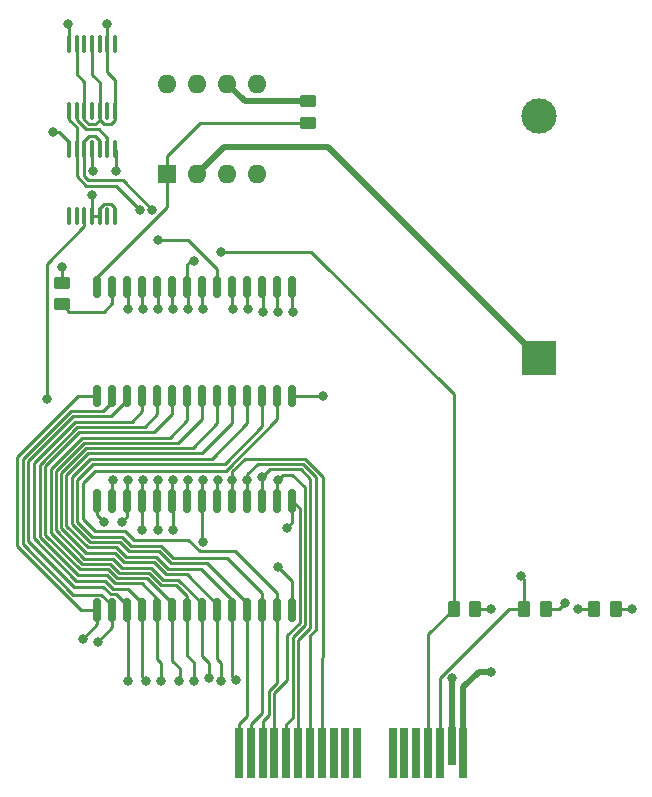
<source format=gbr>
%TF.GenerationSoftware,KiCad,Pcbnew,(6.0.0-0)*%
%TF.CreationDate,2022-01-09T00:32:34-05:00*%
%TF.ProjectId,ROM-Cartridge,524f4d2d-4361-4727-9472-696467652e6b,rev?*%
%TF.SameCoordinates,Original*%
%TF.FileFunction,Copper,L1,Top*%
%TF.FilePolarity,Positive*%
%FSLAX46Y46*%
G04 Gerber Fmt 4.6, Leading zero omitted, Abs format (unit mm)*
G04 Created by KiCad (PCBNEW (6.0.0-0)) date 2022-01-09 00:32:34*
%MOMM*%
%LPD*%
G01*
G04 APERTURE LIST*
G04 Aperture macros list*
%AMRoundRect*
0 Rectangle with rounded corners*
0 $1 Rounding radius*
0 $2 $3 $4 $5 $6 $7 $8 $9 X,Y pos of 4 corners*
0 Add a 4 corners polygon primitive as box body*
4,1,4,$2,$3,$4,$5,$6,$7,$8,$9,$2,$3,0*
0 Add four circle primitives for the rounded corners*
1,1,$1+$1,$2,$3*
1,1,$1+$1,$4,$5*
1,1,$1+$1,$6,$7*
1,1,$1+$1,$8,$9*
0 Add four rect primitives between the rounded corners*
20,1,$1+$1,$2,$3,$4,$5,0*
20,1,$1+$1,$4,$5,$6,$7,0*
20,1,$1+$1,$6,$7,$8,$9,0*
20,1,$1+$1,$8,$9,$2,$3,0*%
G04 Aperture macros list end*
%TA.AperFunction,SMDPad,CuDef*%
%ADD10RoundRect,0.100000X0.100000X-0.637500X0.100000X0.637500X-0.100000X0.637500X-0.100000X-0.637500X0*%
%TD*%
%TA.AperFunction,SMDPad,CuDef*%
%ADD11RoundRect,0.250000X-0.262500X-0.450000X0.262500X-0.450000X0.262500X0.450000X-0.262500X0.450000X0*%
%TD*%
%TA.AperFunction,ComponentPad*%
%ADD12R,1.600000X1.600000*%
%TD*%
%TA.AperFunction,ComponentPad*%
%ADD13O,1.600000X1.600000*%
%TD*%
%TA.AperFunction,SMDPad,CuDef*%
%ADD14RoundRect,0.250000X0.450000X-0.262500X0.450000X0.262500X-0.450000X0.262500X-0.450000X-0.262500X0*%
%TD*%
%TA.AperFunction,ConnectorPad*%
%ADD15R,0.700000X4.300000*%
%TD*%
%TA.AperFunction,ConnectorPad*%
%ADD16R,0.700000X3.200000*%
%TD*%
%TA.AperFunction,ComponentPad*%
%ADD17R,3.000000X3.000000*%
%TD*%
%TA.AperFunction,ComponentPad*%
%ADD18C,3.000000*%
%TD*%
%TA.AperFunction,SMDPad,CuDef*%
%ADD19RoundRect,0.150000X0.150000X-0.800000X0.150000X0.800000X-0.150000X0.800000X-0.150000X-0.800000X0*%
%TD*%
%TA.AperFunction,SMDPad,CuDef*%
%ADD20RoundRect,0.150000X-0.150000X0.800000X-0.150000X-0.800000X0.150000X-0.800000X0.150000X0.800000X0*%
%TD*%
%TA.AperFunction,SMDPad,CuDef*%
%ADD21RoundRect,0.150000X0.150000X-0.875000X0.150000X0.875000X-0.150000X0.875000X-0.150000X-0.875000X0*%
%TD*%
%TA.AperFunction,ViaPad*%
%ADD22C,0.800000*%
%TD*%
%TA.AperFunction,Conductor*%
%ADD23C,0.250000*%
%TD*%
%TA.AperFunction,Conductor*%
%ADD24C,0.500000*%
%TD*%
G04 APERTURE END LIST*
D10*
%TO.P,U6,1*%
%TO.N,Net-(U6-Pad1)*%
X97110000Y-78046500D03*
%TO.P,U6,2*%
%TO.N,/~{ROM_WE}*%
X97760000Y-78046500D03*
%TO.P,U6,3*%
%TO.N,/~{ROM_WRITE}*%
X98410000Y-78046500D03*
%TO.P,U6,4*%
%TO.N,GND*%
X99060000Y-78046500D03*
%TO.P,U6,5*%
X99710000Y-78046500D03*
%TO.P,U6,6*%
%TO.N,unconnected-(U6-Pad6)*%
X100360000Y-78046500D03*
%TO.P,U6,7,GND*%
%TO.N,GND*%
X101010000Y-78046500D03*
%TO.P,U6,8*%
%TO.N,RAM_SELECT*%
X101010000Y-72321500D03*
%TO.P,U6,9*%
%TO.N,Net-(U4-Pad2)*%
X100360000Y-72321500D03*
%TO.P,U6,10*%
%TO.N,/~{EN}*%
X99710000Y-72321500D03*
%TO.P,U6,11*%
%TO.N,ROM_SELECT*%
X99060000Y-72321500D03*
%TO.P,U6,12*%
%TO.N,/~{EN}*%
X98410000Y-72321500D03*
%TO.P,U6,13*%
%TO.N,/A15*%
X97760000Y-72321500D03*
%TO.P,U6,14,VCC*%
%TO.N,VCC*%
X97110000Y-72321500D03*
%TD*%
D11*
%TO.P,R2,1*%
%TO.N,/~{READ}*%
X129676166Y-111252000D03*
%TO.P,R2,2*%
%TO.N,VCC*%
X131501166Y-111252000D03*
%TD*%
D12*
%TO.P,U3,1,VO*%
%TO.N,RAM_POWER*%
X105420000Y-74412000D03*
D13*
%TO.P,U3,2,Vs*%
%TO.N,Net-(BT1-Pad1)*%
X107960000Y-74412000D03*
%TO.P,U3,3,SBar*%
%TO.N,unconnected-(U3-Pad3)*%
X110500000Y-74412000D03*
%TO.P,U3,4,Gnd*%
%TO.N,GND*%
X113040000Y-74412000D03*
%TO.P,U3,5,nc*%
%TO.N,unconnected-(U3-Pad5)*%
X113040000Y-66792000D03*
%TO.P,U3,6,PBar*%
%TO.N,Net-(R5-Pad2)*%
X110500000Y-66792000D03*
%TO.P,U3,7,nc*%
%TO.N,unconnected-(U3-Pad7)*%
X107960000Y-66792000D03*
%TO.P,U3,8,Vp*%
%TO.N,VCC*%
X105420000Y-66792000D03*
%TD*%
D10*
%TO.P,U4,14,VCC*%
%TO.N,VCC*%
X97110000Y-63431500D03*
%TO.P,U4,13*%
%TO.N,GND*%
X97760000Y-63431500D03*
%TO.P,U4,12*%
%TO.N,unconnected-(U4-Pad12)*%
X98410000Y-63431500D03*
%TO.P,U4,11*%
%TO.N,GND*%
X99060000Y-63431500D03*
%TO.P,U4,10*%
%TO.N,unconnected-(U4-Pad10)*%
X99710000Y-63431500D03*
%TO.P,U4,9*%
%TO.N,GND*%
X100360000Y-63431500D03*
%TO.P,U4,8*%
%TO.N,unconnected-(U4-Pad8)*%
X101010000Y-63431500D03*
%TO.P,U4,7,GND*%
%TO.N,GND*%
X101010000Y-69156500D03*
%TO.P,U4,6*%
%TO.N,unconnected-(U4-Pad6)*%
X100360000Y-69156500D03*
%TO.P,U4,5*%
%TO.N,GND*%
X99710000Y-69156500D03*
%TO.P,U4,4*%
%TO.N,unconnected-(U4-Pad4)*%
X99060000Y-69156500D03*
%TO.P,U4,3*%
%TO.N,GND*%
X98410000Y-69156500D03*
%TO.P,U4,2*%
%TO.N,Net-(U4-Pad2)*%
X97760000Y-69156500D03*
%TO.P,U4,1*%
%TO.N,/A15*%
X97110000Y-69156500D03*
%TD*%
D14*
%TO.P,R3,1*%
%TO.N,/~{WRITE}*%
X96520000Y-85494500D03*
%TO.P,R3,2*%
%TO.N,VCC*%
X96520000Y-83669500D03*
%TD*%
D15*
%TO.P,U2,B1,Pin_17*%
%TO.N,/D0*%
X111506000Y-123444000D03*
%TO.P,U2,B2,Pin_18*%
%TO.N,/D1*%
X112506000Y-123444000D03*
%TO.P,U2,B3,Pin_19*%
%TO.N,/D2*%
X113506000Y-123444000D03*
%TO.P,U2,B4,Pin_20*%
%TO.N,/D3*%
X114506000Y-123444000D03*
%TO.P,U2,B5,Pin_21*%
%TO.N,/D4*%
X115506000Y-123444000D03*
%TO.P,U2,B6,Pin_22*%
%TO.N,/D5*%
X116506000Y-123444000D03*
%TO.P,U2,B7,Pin_23*%
%TO.N,/D6*%
X117506000Y-123444000D03*
%TO.P,U2,B8,Pin_24*%
%TO.N,/D7*%
X118506000Y-123444000D03*
%TO.P,U2,B9,Pin_25*%
%TO.N,unconnected-(U2-PadB9)*%
X119506000Y-123444000D03*
%TO.P,U2,B10,Pin_26*%
%TO.N,unconnected-(U2-PadB10)*%
X120506000Y-123444000D03*
%TO.P,U2,B11,Pin_27*%
%TO.N,unconnected-(U2-PadB11)*%
X121506000Y-123444000D03*
%TO.P,U2,B12,Pin_28*%
%TO.N,unconnected-(U2-PadB12)*%
X124506000Y-123444000D03*
%TO.P,U2,B13,Pin_29*%
%TO.N,unconnected-(U2-PadB13)*%
X125506000Y-123444000D03*
%TO.P,U2,B14,Pin_30*%
%TO.N,/~{WE}*%
X126506000Y-123444000D03*
%TO.P,U2,B15,Pin_31*%
%TO.N,/~{READ}*%
X127506000Y-123444000D03*
%TO.P,U2,B16,Pin_32*%
%TO.N,/~{EN}*%
X128506000Y-123444000D03*
D16*
%TO.P,U2,B17,Pin_33*%
%TO.N,GND*%
X129506000Y-122894000D03*
D15*
%TO.P,U2,B18,Pin_34*%
%TO.N,VCC*%
X130506000Y-123444000D03*
%TD*%
D11*
%TO.P,R4,1*%
%TO.N,/A15*%
X141581500Y-111252000D03*
%TO.P,R4,2*%
%TO.N,VCC*%
X143406500Y-111252000D03*
%TD*%
D17*
%TO.P,BT1,1,+*%
%TO.N,Net-(BT1-Pad1)*%
X136906000Y-90030081D03*
D18*
%TO.P,BT1,2,-*%
%TO.N,GND*%
X136906000Y-69540081D03*
%TD*%
D11*
%TO.P,R1,1*%
%TO.N,/~{EN}*%
X135628832Y-111252000D03*
%TO.P,R1,2*%
%TO.N,GND*%
X137453832Y-111252000D03*
%TD*%
D14*
%TO.P,R5,1*%
%TO.N,RAM_POWER*%
X117348000Y-70104000D03*
%TO.P,R5,2*%
%TO.N,Net-(R5-Pad2)*%
X117348000Y-68279000D03*
%TD*%
D19*
%TO.P,U5,1,A14*%
%TO.N,/A14*%
X99501500Y-93246000D03*
%TO.P,U5,2,A12*%
%TO.N,/A12*%
X100771500Y-93246000D03*
%TO.P,U5,3,A7*%
%TO.N,/A7*%
X102041500Y-93246000D03*
%TO.P,U5,4,A6*%
%TO.N,/A6*%
X103311500Y-93246000D03*
%TO.P,U5,5,A5*%
%TO.N,/A5*%
X104581500Y-93246000D03*
%TO.P,U5,6,A4*%
%TO.N,/A4*%
X105851500Y-93246000D03*
%TO.P,U5,7,A3*%
%TO.N,/A3*%
X107121500Y-93246000D03*
%TO.P,U5,8,A2*%
%TO.N,/A2*%
X108391500Y-93246000D03*
%TO.P,U5,9,A1*%
%TO.N,/A1*%
X109661500Y-93246000D03*
%TO.P,U5,10,A0*%
%TO.N,/A0*%
X110931500Y-93246000D03*
%TO.P,U5,11,D0*%
%TO.N,/D0*%
X112201500Y-93246000D03*
%TO.P,U5,12,D1*%
%TO.N,/D1*%
X113471500Y-93246000D03*
D20*
%TO.P,U5,13,D2*%
%TO.N,/D2*%
X114741500Y-93246000D03*
%TO.P,U5,14,GND*%
%TO.N,GND*%
X116011500Y-93246000D03*
%TO.P,U5,15,D3*%
%TO.N,/D3*%
X116011500Y-84046000D03*
%TO.P,U5,16,D4*%
%TO.N,/D4*%
X114741500Y-84046000D03*
D19*
%TO.P,U5,17,D5*%
%TO.N,/D5*%
X113471500Y-84046000D03*
%TO.P,U5,18,D6*%
%TO.N,/D6*%
X112201500Y-84046000D03*
%TO.P,U5,19,D7*%
%TO.N,/D7*%
X110931500Y-84046000D03*
%TO.P,U5,20,~{CS}*%
%TO.N,RAM_SELECT*%
X109661500Y-84046000D03*
%TO.P,U5,21,A10*%
%TO.N,/A10*%
X108391500Y-84046000D03*
%TO.P,U5,22,~{OE}*%
%TO.N,/~{READ}*%
X107121500Y-84046000D03*
%TO.P,U5,23,A11*%
%TO.N,/A11*%
X105851500Y-84046000D03*
%TO.P,U5,24,A9*%
%TO.N,/A9*%
X104581500Y-84046000D03*
%TO.P,U5,25,A8*%
%TO.N,/A8*%
X103311500Y-84046000D03*
%TO.P,U5,26,A13*%
%TO.N,/A13*%
X102041500Y-84046000D03*
%TO.P,U5,27,~{WE}*%
%TO.N,/~{WRITE}*%
X100771500Y-84046000D03*
%TO.P,U5,28,VCC*%
%TO.N,RAM_POWER*%
X99501500Y-84046000D03*
%TD*%
D21*
%TO.P,U1,1,A14*%
%TO.N,/A14*%
X99501500Y-111408000D03*
%TO.P,U1,2,A12*%
%TO.N,/A12*%
X100771500Y-111408000D03*
%TO.P,U1,3,A7*%
%TO.N,/A7*%
X102041500Y-111408000D03*
%TO.P,U1,4,A6*%
%TO.N,/A6*%
X103311500Y-111408000D03*
%TO.P,U1,5,A5*%
%TO.N,/A5*%
X104581500Y-111408000D03*
%TO.P,U1,6,A4*%
%TO.N,/A4*%
X105851500Y-111408000D03*
%TO.P,U1,7,A3*%
%TO.N,/A3*%
X107121500Y-111408000D03*
%TO.P,U1,8,A2*%
%TO.N,/A2*%
X108391500Y-111408000D03*
%TO.P,U1,9,A1*%
%TO.N,/A1*%
X109661500Y-111408000D03*
%TO.P,U1,10,A0*%
%TO.N,/A0*%
X110931500Y-111408000D03*
%TO.P,U1,11,D0*%
%TO.N,/D0*%
X112201500Y-111408000D03*
%TO.P,U1,12,D1*%
%TO.N,/D1*%
X113471500Y-111408000D03*
%TO.P,U1,13,D2*%
%TO.N,/D2*%
X114741500Y-111408000D03*
%TO.P,U1,14,GND*%
%TO.N,GND*%
X116011500Y-111408000D03*
%TO.P,U1,15,D3*%
%TO.N,/D3*%
X116011500Y-102108000D03*
%TO.P,U1,16,D4*%
%TO.N,/D4*%
X114741500Y-102108000D03*
%TO.P,U1,17,D5*%
%TO.N,/D5*%
X113471500Y-102108000D03*
%TO.P,U1,18,D6*%
%TO.N,/D6*%
X112201500Y-102108000D03*
%TO.P,U1,19,D7*%
%TO.N,/D7*%
X110931500Y-102108000D03*
%TO.P,U1,20,~{CS}*%
%TO.N,ROM_SELECT*%
X109661500Y-102108000D03*
%TO.P,U1,21,A10*%
%TO.N,/A10*%
X108391500Y-102108000D03*
%TO.P,U1,22,~{OE}*%
%TO.N,/~{READ}*%
X107121500Y-102108000D03*
%TO.P,U1,23,A11*%
%TO.N,/A11*%
X105851500Y-102108000D03*
%TO.P,U1,24,A9*%
%TO.N,/A9*%
X104581500Y-102108000D03*
%TO.P,U1,25,A8*%
%TO.N,/A8*%
X103311500Y-102108000D03*
%TO.P,U1,26,A13*%
%TO.N,/A13*%
X102041500Y-102108000D03*
%TO.P,U1,27,~{WE}*%
%TO.N,/~{ROM_WRITE}*%
X100771500Y-102108000D03*
%TO.P,U1,28,VCC*%
%TO.N,VCC*%
X99501500Y-102108000D03*
%TD*%
D22*
%TO.N,/A4*%
X106426000Y-117348000D03*
%TO.N,/A3*%
X107696000Y-117348000D03*
%TO.N,/A2*%
X108966000Y-117098299D03*
%TO.N,/~{READ}*%
X107696000Y-81788000D03*
X109982000Y-81026000D03*
%TO.N,/A15*%
X103124000Y-77470000D03*
%TO.N,/~{EN}*%
X135382000Y-108458000D03*
X104144299Y-77465701D03*
%TO.N,VCC*%
X95758000Y-70866000D03*
%TO.N,GND*%
X99060000Y-76200000D03*
X100330000Y-61722000D03*
%TO.N,VCC*%
X97028000Y-61722000D03*
%TO.N,/D3*%
X115570000Y-104394000D03*
X116078000Y-86106000D03*
%TO.N,/D4*%
X114808000Y-86106000D03*
%TO.N,/D5*%
X113538000Y-86106000D03*
%TO.N,/D6*%
X112268000Y-85852000D03*
%TO.N,/D7*%
X110998000Y-85852000D03*
%TO.N,/D4*%
X114816418Y-100338418D03*
%TO.N,/D5*%
X113471500Y-100142500D03*
%TO.N,/D6*%
X112201500Y-100396500D03*
%TO.N,/D7*%
X110931500Y-100396500D03*
%TO.N,RAM_SELECT*%
X104643701Y-80014299D03*
X101092000Y-74168000D03*
%TO.N,ROM_SELECT*%
X99134500Y-74179024D03*
%TO.N,/A10*%
X108458000Y-85852000D03*
%TO.N,/~{READ}*%
X107188000Y-85852000D03*
%TO.N,/A11*%
X105918000Y-85852000D03*
%TO.N,/A9*%
X104648000Y-85852000D03*
%TO.N,/A8*%
X103378000Y-85852000D03*
%TO.N,/A13*%
X102108000Y-85852000D03*
%TO.N,/~{ROM_WRITE}*%
X95250000Y-93472000D03*
%TO.N,ROM_SELECT*%
X109728000Y-100330000D03*
%TO.N,/A10*%
X108458000Y-100330000D03*
%TO.N,/~{READ}*%
X107188000Y-100330000D03*
%TO.N,/A11*%
X105918000Y-100330000D03*
%TO.N,/A9*%
X104648000Y-100330000D03*
%TO.N,/A8*%
X103378000Y-100330000D03*
%TO.N,/A13*%
X102108000Y-100330000D03*
%TO.N,/~{ROM_WRITE}*%
X100838000Y-100330000D03*
%TO.N,VCC*%
X96520000Y-82296000D03*
X132842000Y-111252000D03*
X144780000Y-111252000D03*
%TO.N,GND*%
X139078013Y-110781500D03*
%TO.N,/A15*%
X140208000Y-111252000D03*
%TO.N,VCC*%
X132842000Y-116586000D03*
%TO.N,GND*%
X129540000Y-117094000D03*
%TO.N,/A13*%
X101600000Y-103886000D03*
%TO.N,/A14*%
X98298000Y-113792000D03*
%TO.N,/A12*%
X99568000Y-114046000D03*
%TO.N,/A11*%
X105918000Y-104610500D03*
%TO.N,VCC*%
X100080299Y-103890299D03*
%TO.N,GND*%
X114808000Y-107696000D03*
X118618000Y-93218000D03*
%TO.N,/A10*%
X108458000Y-105626500D03*
%TO.N,/A9*%
X104648000Y-104610500D03*
%TO.N,/A8*%
X103297667Y-104610500D03*
%TO.N,/A7*%
X102108000Y-117348000D03*
%TO.N,/A6*%
X103632000Y-117348000D03*
%TO.N,/A5*%
X104906299Y-117352299D03*
%TO.N,/A1*%
X109982000Y-117348000D03*
%TO.N,/A0*%
X111247701Y-117330544D03*
%TD*%
D23*
%TO.N,/A4*%
X105851500Y-111408000D02*
X105851500Y-115651500D01*
X105851500Y-115651500D02*
X106500000Y-116300000D01*
X106500000Y-116300000D02*
X106500000Y-117274000D01*
X106500000Y-117274000D02*
X106426000Y-117348000D01*
%TO.N,/A3*%
X107121500Y-111408000D02*
X107121500Y-115221500D01*
X107121500Y-115221500D02*
X107700000Y-115800000D01*
X107700000Y-115800000D02*
X107700000Y-117344000D01*
X107700000Y-117344000D02*
X107696000Y-117348000D01*
%TO.N,/A2*%
X108391500Y-111408000D02*
X108391500Y-115291500D01*
X108391500Y-115291500D02*
X108966000Y-115866000D01*
X108966000Y-115866000D02*
X108966000Y-117098299D01*
%TO.N,RAM_POWER*%
X117348000Y-70104000D02*
X108204000Y-70104000D01*
X108204000Y-70104000D02*
X105410000Y-72898000D01*
X105410000Y-72898000D02*
X105420000Y-72908000D01*
X105420000Y-72908000D02*
X105420000Y-74412000D01*
%TO.N,/~{READ}*%
X107121500Y-84046000D02*
X107121500Y-82108500D01*
X107121500Y-82108500D02*
X107442000Y-81788000D01*
X107442000Y-81788000D02*
X107696000Y-81788000D01*
X129676166Y-111252000D02*
X129676166Y-93100166D01*
X129676166Y-93100166D02*
X117602000Y-81026000D01*
X117602000Y-81026000D02*
X109982000Y-81026000D01*
%TO.N,RAM_SELECT*%
X109661500Y-84046000D02*
X109661500Y-82483500D01*
%TO.N,GND*%
X138607513Y-111252000D02*
X139078013Y-110781500D01*
%TO.N,RAM_SELECT*%
X109661500Y-82483500D02*
X107192299Y-80014299D01*
%TO.N,/~{EN}*%
X98410000Y-72321500D02*
X98410000Y-74660296D01*
X98410000Y-74660296D02*
X98738193Y-74988489D01*
X98738193Y-74988489D02*
X101667089Y-74988489D01*
%TO.N,/A15*%
X97760000Y-72321500D02*
X97760000Y-74646000D01*
X98552000Y-75438000D02*
X99568000Y-75438000D01*
X101092000Y-75438000D02*
X102616000Y-76962000D01*
X97760000Y-74646000D02*
X98552000Y-75438000D01*
X102616000Y-76962000D02*
X103124000Y-77470000D01*
%TO.N,RAM_SELECT*%
X107192299Y-80014299D02*
X104643701Y-80014299D01*
%TO.N,GND*%
X137453832Y-111252000D02*
X138607513Y-111252000D01*
%TO.N,/A15*%
X99568000Y-75438000D02*
X101092000Y-75438000D01*
%TO.N,/~{EN}*%
X101667089Y-74988489D02*
X104144299Y-77465701D01*
X135628832Y-111252000D02*
X135628832Y-108704832D01*
X135628832Y-108704832D02*
X135382000Y-108458000D01*
%TO.N,RAM_POWER*%
X99501500Y-83133100D02*
X105420000Y-77214600D01*
%TO.N,ROM_SELECT*%
X99060000Y-72321500D02*
X99060000Y-74104524D01*
X99060000Y-74104524D02*
X99134500Y-74179024D01*
%TO.N,RAM_POWER*%
X99501500Y-84046000D02*
X99501500Y-83133100D01*
X105420000Y-77214600D02*
X105420000Y-74412000D01*
%TO.N,/~{EN}*%
X99710000Y-72321500D02*
X99710000Y-71633639D01*
X99710000Y-71633639D02*
X99335841Y-71259480D01*
X98784159Y-71259480D02*
X98410000Y-71633639D01*
X99335841Y-71259480D02*
X98784159Y-71259480D01*
X98410000Y-71633639D02*
X98410000Y-72321500D01*
%TO.N,GND*%
X99710000Y-69156500D02*
X99710000Y-69844361D01*
X99710000Y-69844361D02*
X100084159Y-70218520D01*
X100084159Y-70218520D02*
X100635841Y-70218520D01*
X101010000Y-69844361D02*
X101010000Y-69156500D01*
X100635841Y-70218520D02*
X101010000Y-69844361D01*
%TO.N,Net-(U4-Pad2)*%
X100360000Y-71404000D02*
X100360000Y-72321500D01*
%TO.N,GND*%
X98784159Y-70218520D02*
X98410000Y-69844361D01*
%TO.N,Net-(U4-Pad2)*%
X99624030Y-70668030D02*
X100360000Y-71404000D01*
X98583669Y-70668030D02*
X99624030Y-70668030D01*
X97760000Y-69844361D02*
X98583669Y-70668030D01*
X97760000Y-69156500D02*
X97760000Y-69844361D01*
%TO.N,GND*%
X99335841Y-70218520D02*
X98784159Y-70218520D01*
X98410000Y-69844361D02*
X98410000Y-69156500D01*
X99710000Y-69844361D02*
X99335841Y-70218520D01*
%TO.N,VCC*%
X97110000Y-72321500D02*
X97110000Y-71710000D01*
X97110000Y-71710000D02*
X96266000Y-70866000D01*
X96266000Y-70866000D02*
X95758000Y-70866000D01*
%TO.N,GND*%
X99060000Y-78046500D02*
X99060000Y-76200000D01*
X99060000Y-78046500D02*
X99710000Y-78046500D01*
X101010000Y-78046500D02*
X101010000Y-77358639D01*
X101010000Y-77358639D02*
X100635841Y-76984480D01*
X100635841Y-76984480D02*
X100084159Y-76984480D01*
X100084159Y-76984480D02*
X99710000Y-77358639D01*
X99710000Y-77358639D02*
X99710000Y-78046500D01*
X100360000Y-63431500D02*
X100360000Y-61752000D01*
%TO.N,/A15*%
X97110000Y-69156500D02*
X97110000Y-69844361D01*
X97110000Y-69844361D02*
X97760000Y-70494361D01*
X97760000Y-70494361D02*
X97760000Y-72321500D01*
%TO.N,GND*%
X98410000Y-69156500D02*
X98410000Y-66660000D01*
X97760000Y-66010000D02*
X97760000Y-63431500D01*
X98410000Y-66660000D02*
X97760000Y-66010000D01*
X99060000Y-63431500D02*
X99060000Y-66040000D01*
X99710000Y-66690000D02*
X99710000Y-69156500D01*
X99060000Y-66040000D02*
X99710000Y-66690000D01*
X101010000Y-69156500D02*
X101010000Y-66466000D01*
X101010000Y-66466000D02*
X100360000Y-65816000D01*
X100360000Y-65816000D02*
X100360000Y-63431500D01*
%TO.N,VCC*%
X97110000Y-63431500D02*
X97110000Y-61804000D01*
D24*
%TO.N,Net-(R5-Pad2)*%
X110500000Y-66792000D02*
X111987000Y-68279000D01*
X111987000Y-68279000D02*
X117348000Y-68279000D01*
%TO.N,Net-(BT1-Pad1)*%
X136906000Y-90030081D02*
X119011919Y-72136000D01*
X119011919Y-72136000D02*
X110236000Y-72136000D01*
X110236000Y-72136000D02*
X107960000Y-74412000D01*
D23*
%TO.N,/D3*%
X116011500Y-102108000D02*
X116011500Y-103952500D01*
X116011500Y-103952500D02*
X115570000Y-104394000D01*
X116011500Y-84046000D02*
X116011500Y-86039500D01*
X116011500Y-86039500D02*
X116078000Y-86106000D01*
%TO.N,/D4*%
X114741500Y-84046000D02*
X114741500Y-86039500D01*
X114741500Y-86039500D02*
X114808000Y-86106000D01*
%TO.N,/D5*%
X113538000Y-86106000D02*
X113538000Y-84112500D01*
X113538000Y-84112500D02*
X113471500Y-84046000D01*
%TO.N,/D6*%
X112201500Y-84046000D02*
X112201500Y-85785500D01*
X112201500Y-85785500D02*
X112268000Y-85852000D01*
%TO.N,/D7*%
X110931500Y-84046000D02*
X110931500Y-85785500D01*
X110931500Y-85785500D02*
X110998000Y-85852000D01*
%TO.N,/D4*%
X114816418Y-100338418D02*
X114741500Y-100413336D01*
%TO.N,/D6*%
X112201500Y-100396500D02*
X112201500Y-102108000D01*
%TO.N,/D7*%
X110931500Y-100396500D02*
X110931500Y-99634500D01*
%TO.N,/D5*%
X116506000Y-123444000D02*
X116506000Y-113880974D01*
X116506000Y-113880974D02*
X117535050Y-112851924D01*
X117535050Y-112851924D02*
X117535050Y-100264458D01*
X116721614Y-99451022D02*
X114162978Y-99451022D01*
X117535050Y-100264458D02*
X116721614Y-99451022D01*
X114162978Y-99451022D02*
X113471500Y-100142500D01*
X113471500Y-100142500D02*
X113471500Y-102108000D01*
%TO.N,/D6*%
X117506000Y-123444000D02*
X117506000Y-113516691D01*
X116907807Y-99001511D02*
X113088489Y-99001511D01*
X117506000Y-113516691D02*
X117984561Y-113038130D01*
X112201500Y-99888500D02*
X112201500Y-100396500D01*
X117984561Y-113038130D02*
X117984561Y-100078265D01*
X117984561Y-100078265D02*
X116907807Y-99001511D01*
X113088489Y-99001511D02*
X112201500Y-99888500D01*
%TO.N,/D1*%
X99104373Y-99015627D02*
X110278965Y-99015627D01*
%TO.N,/D7*%
X118506000Y-115428000D02*
X118506000Y-123444000D01*
%TO.N,/D1*%
X97790000Y-100330000D02*
X99104373Y-99015627D01*
X99060000Y-105156000D02*
X97790000Y-103886000D01*
X110278965Y-99015627D02*
X113471500Y-95823092D01*
X101600000Y-105156000D02*
X99060000Y-105156000D01*
X102362000Y-105918000D02*
X101600000Y-105156000D01*
%TO.N,/D2*%
X110362296Y-99568000D02*
X114741500Y-95188796D01*
%TO.N,/D1*%
X105918000Y-106934000D02*
X104902000Y-105918000D01*
X104902000Y-105918000D02*
X102362000Y-105918000D01*
%TO.N,/D2*%
X114741500Y-111408000D02*
X114741500Y-109915500D01*
%TO.N,/D7*%
X110931500Y-99634500D02*
X112014000Y-98552000D01*
%TO.N,/D1*%
X113471500Y-109915500D02*
X110490000Y-106934000D01*
X113471500Y-111408000D02*
X113471500Y-109915500D01*
X110490000Y-106934000D02*
X105918000Y-106934000D01*
%TO.N,/D2*%
X98298000Y-100584000D02*
X99314000Y-99568000D01*
X98298000Y-103632000D02*
X98298000Y-100584000D01*
X99314000Y-104648000D02*
X98298000Y-103632000D01*
X102616000Y-105410000D02*
X101854000Y-104648000D01*
X107216900Y-105410000D02*
X102616000Y-105410000D01*
X111177001Y-106351001D02*
X108157901Y-106351001D01*
%TO.N,/D1*%
X97790000Y-103886000D02*
X97790000Y-100330000D01*
%TO.N,/D2*%
X99314000Y-99568000D02*
X110362296Y-99568000D01*
X101854000Y-104648000D02*
X99314000Y-104648000D01*
X114741500Y-109915500D02*
X111177001Y-106351001D01*
%TO.N,/D1*%
X113471500Y-95823092D02*
X113471500Y-93246000D01*
%TO.N,/D7*%
X118618000Y-100076000D02*
X118618000Y-115316000D01*
%TO.N,/D2*%
X114741500Y-95188796D02*
X114741500Y-93246000D01*
X108157901Y-106351001D02*
X107216900Y-105410000D01*
%TO.N,/D7*%
X110931500Y-102108000D02*
X110931500Y-100396500D01*
X112014000Y-98552000D02*
X117094000Y-98552000D01*
X117094000Y-98552000D02*
X118618000Y-100076000D01*
X118618000Y-115316000D02*
X118506000Y-115428000D01*
%TO.N,RAM_SELECT*%
X101092000Y-74168000D02*
X101092000Y-72403500D01*
X101092000Y-72403500D02*
X101010000Y-72321500D01*
%TO.N,/A10*%
X108391500Y-84046000D02*
X108391500Y-85785500D01*
X108391500Y-85785500D02*
X108458000Y-85852000D01*
%TO.N,/~{READ}*%
X107188000Y-85852000D02*
X107188000Y-84112500D01*
X107188000Y-84112500D02*
X107121500Y-84046000D01*
%TO.N,/A11*%
X105851500Y-84046000D02*
X105851500Y-85785500D01*
X105851500Y-85785500D02*
X105918000Y-85852000D01*
%TO.N,/A9*%
X104648000Y-85852000D02*
X104648000Y-84112500D01*
X104648000Y-84112500D02*
X104581500Y-84046000D01*
%TO.N,/A8*%
X103311500Y-84046000D02*
X103311500Y-85785500D01*
X103311500Y-85785500D02*
X103378000Y-85852000D01*
%TO.N,/A13*%
X102108000Y-84112500D02*
X102041500Y-84046000D01*
X102108000Y-85852000D02*
X102108000Y-84112500D01*
%TO.N,/~{ROM_WRITE}*%
X95250000Y-82042000D02*
X98410000Y-78882000D01*
X95250000Y-93472000D02*
X95250000Y-82042000D01*
X98410000Y-78882000D02*
X98410000Y-78046500D01*
%TO.N,ROM_SELECT*%
X109661500Y-102108000D02*
X109661500Y-100396500D01*
X109661500Y-100396500D02*
X109728000Y-100330000D01*
%TO.N,/A10*%
X108391500Y-102108000D02*
X108391500Y-100396500D01*
X108391500Y-100396500D02*
X108458000Y-100330000D01*
%TO.N,/~{READ}*%
X107121500Y-102108000D02*
X107121500Y-100396500D01*
X107121500Y-100396500D02*
X107188000Y-100330000D01*
%TO.N,/A11*%
X105851500Y-102108000D02*
X105851500Y-100396500D01*
X105851500Y-100396500D02*
X105918000Y-100330000D01*
%TO.N,/A9*%
X104581500Y-102108000D02*
X104581500Y-100396500D01*
X104581500Y-100396500D02*
X104648000Y-100330000D01*
%TO.N,/A8*%
X103311500Y-102108000D02*
X103311500Y-100396500D01*
X103311500Y-100396500D02*
X103378000Y-100330000D01*
%TO.N,/A13*%
X102041500Y-102108000D02*
X102041500Y-100396500D01*
X102041500Y-100396500D02*
X102108000Y-100330000D01*
%TO.N,/~{ROM_WRITE}*%
X100771500Y-102108000D02*
X100771500Y-100396500D01*
X100771500Y-100396500D02*
X100838000Y-100330000D01*
%TO.N,/~{WRITE}*%
X100771500Y-84046000D02*
X100771500Y-85410500D01*
X97131500Y-86106000D02*
X96520000Y-85494500D01*
X100771500Y-85410500D02*
X100076000Y-86106000D01*
X100076000Y-86106000D02*
X97131500Y-86106000D01*
%TO.N,VCC*%
X96520000Y-83747500D02*
X96520000Y-82296000D01*
X131501166Y-111252000D02*
X132842000Y-111252000D01*
X143406500Y-111252000D02*
X144780000Y-111252000D01*
%TO.N,/A15*%
X141581500Y-111252000D02*
X140208000Y-111252000D01*
D24*
%TO.N,VCC*%
X130506000Y-123444000D02*
X130506000Y-117906000D01*
X130506000Y-117906000D02*
X131826000Y-116586000D01*
X131826000Y-116586000D02*
X132842000Y-116586000D01*
D23*
%TO.N,/~{EN}*%
X134357400Y-111252000D02*
X135628832Y-111252000D01*
%TO.N,/~{READ}*%
X127506000Y-113422166D02*
X129676166Y-111252000D01*
D24*
%TO.N,GND*%
X129506000Y-117128000D02*
X129540000Y-117094000D01*
D23*
%TO.N,/~{EN}*%
X128506000Y-117103400D02*
X134357400Y-111252000D01*
D24*
%TO.N,GND*%
X129506000Y-122894000D02*
X129506000Y-117128000D01*
D23*
%TO.N,/~{EN}*%
X128506000Y-123444000D02*
X128506000Y-117103400D01*
%TO.N,/~{READ}*%
X127506000Y-123444000D02*
X127506000Y-113422166D01*
%TO.N,VCC*%
X99501500Y-103311500D02*
X100080299Y-103890299D01*
X99501500Y-102108000D02*
X99501500Y-103311500D01*
%TO.N,/A13*%
X102041500Y-102108000D02*
X102041500Y-103444500D01*
X102041500Y-103444500D02*
X101600000Y-103886000D01*
%TO.N,/A14*%
X99501500Y-111408000D02*
X99501500Y-112588500D01*
X99501500Y-112588500D02*
X98298000Y-113792000D01*
%TO.N,/A12*%
X100771500Y-111408000D02*
X100771500Y-112842500D01*
X100771500Y-112842500D02*
X99568000Y-114046000D01*
%TO.N,/A9*%
X104581500Y-102108000D02*
X104581500Y-104544000D01*
X104581500Y-104544000D02*
X104648000Y-104610500D01*
%TO.N,/A11*%
X105918000Y-102174500D02*
X105918000Y-104610500D01*
%TO.N,/A8*%
X103311500Y-102108000D02*
X103311500Y-104596667D01*
%TO.N,/A11*%
X105851500Y-102108000D02*
X105918000Y-102174500D01*
%TO.N,/A8*%
X103311500Y-104596667D02*
X103297667Y-104610500D01*
%TO.N,/A10*%
X108391500Y-105560000D02*
X108458000Y-105626500D01*
X108391500Y-102108000D02*
X108391500Y-105560000D01*
%TO.N,GND*%
X116011500Y-111408000D02*
X116011500Y-108899500D01*
X116011500Y-108899500D02*
X114808000Y-107696000D01*
X116011500Y-93246000D02*
X118590000Y-93246000D01*
%TO.N,/A0*%
X104461807Y-106875511D02*
X101927438Y-106875510D01*
%TO.N,/A1*%
X107564906Y-97667094D02*
X109661500Y-95570500D01*
X107069614Y-108341022D02*
X105291612Y-108341020D01*
X109661500Y-111408000D02*
X109661500Y-110932908D01*
%TO.N,/A0*%
X101927438Y-106875510D02*
X101106950Y-106055022D01*
%TO.N,/A1*%
X96441470Y-99771418D02*
X98545794Y-97667094D01*
X98559910Y-106563021D02*
X96441467Y-104444578D01*
X104275614Y-107325022D02*
X101741244Y-107325020D01*
%TO.N,/A0*%
X99476761Y-98116606D02*
X99875691Y-98116605D01*
%TO.N,/D0*%
X97340490Y-100143806D02*
X98918180Y-98566116D01*
%TO.N,/A1*%
X105291612Y-108341020D02*
X104275614Y-107325022D01*
%TO.N,/A0*%
X108385395Y-98116605D02*
X110931500Y-95570500D01*
%TO.N,/A1*%
X101741244Y-107325020D02*
X100979245Y-106563021D01*
X100979245Y-106563021D02*
X98559910Y-106563021D01*
%TO.N,/A0*%
X110931500Y-95570500D02*
X110931500Y-93246000D01*
X98731988Y-98116605D02*
X99476761Y-98116606D01*
X98687612Y-106055020D02*
X96890978Y-104258384D01*
X96890978Y-104258384D02*
X96890980Y-99957612D01*
X99875691Y-98116605D02*
X108385395Y-98116605D01*
%TO.N,/A1*%
X98545794Y-97667094D02*
X107564906Y-97667094D01*
%TO.N,/A0*%
X110931500Y-110551204D02*
X108271807Y-107891511D01*
%TO.N,/D0*%
X104715807Y-106367511D02*
X102175806Y-106367510D01*
%TO.N,/A0*%
X108271807Y-107891511D02*
X105477806Y-107891510D01*
X101106950Y-106055022D02*
X98687612Y-106055020D01*
X105477806Y-107891510D02*
X104461807Y-106875511D01*
%TO.N,/A1*%
X109661500Y-110932908D02*
X107069614Y-108341022D01*
X96441467Y-104444578D02*
X96441470Y-99771418D01*
%TO.N,/A0*%
X96890980Y-99957612D02*
X98731988Y-98116605D01*
%TO.N,/D0*%
X112201500Y-95570500D02*
X112201500Y-93246000D01*
%TO.N,/A0*%
X110931500Y-111408000D02*
X110931500Y-110551204D01*
%TO.N,/D0*%
X109205884Y-98566116D02*
X112201500Y-95570500D01*
X98873806Y-105605510D02*
X97340489Y-104072193D01*
X98918180Y-98566116D02*
X109205884Y-98566116D01*
%TO.N,/A1*%
X109661500Y-95570500D02*
X109661500Y-93246000D01*
%TO.N,/D0*%
X101413807Y-105605511D02*
X98873806Y-105605510D01*
X112201500Y-110805204D02*
X108779807Y-107383511D01*
X102175806Y-106367510D02*
X101413807Y-105605511D01*
X105731806Y-107383510D02*
X104715807Y-106367511D01*
X108779807Y-107383511D02*
X105731806Y-107383510D01*
X112201500Y-111408000D02*
X112201500Y-110805204D01*
X97340489Y-104072193D02*
X97340490Y-100143806D01*
%TO.N,/A14*%
X92706450Y-105971371D02*
X92706450Y-98420807D01*
%TO.N,/A12*%
X93183747Y-105762318D02*
X93183747Y-98579214D01*
%TO.N,/A2*%
X98373716Y-107012531D02*
X95991960Y-104630775D01*
%TO.N,/A7*%
X93661044Y-105553266D02*
X97511111Y-109403333D01*
%TO.N,/A4*%
X105851500Y-94808500D02*
X105851500Y-93246000D01*
%TO.N,/A2*%
X108391500Y-110806611D02*
X106375421Y-108790532D01*
%TO.N,/A3*%
X95542446Y-104816964D02*
X98187525Y-107462043D01*
%TO.N,/A12*%
X97242441Y-94520520D02*
X100024846Y-94520520D01*
%TO.N,/A6*%
X97736380Y-108918010D02*
X94120430Y-105302060D01*
X103311500Y-110809428D02*
X102074647Y-109572575D01*
%TO.N,/A7*%
X93661044Y-98737621D02*
X93661044Y-105553266D01*
%TO.N,/A4*%
X100420666Y-107911554D02*
X98001331Y-107911553D01*
%TO.N,/A12*%
X100024846Y-94520520D02*
X100771500Y-93773866D01*
%TO.N,/A3*%
X98187525Y-107462043D02*
X100606859Y-107462043D01*
%TO.N,/A5*%
X94615638Y-99054435D02*
X94615638Y-105161568D01*
%TO.N,/A14*%
X92706450Y-98420807D02*
X97881257Y-93246000D01*
%TO.N,/A5*%
X103276839Y-109123065D02*
X104581500Y-110427726D01*
%TO.N,/A12*%
X93183747Y-98579214D02*
X97242441Y-94520520D01*
%TO.N,/A7*%
X97428635Y-94970030D02*
X93661044Y-98737621D01*
%TO.N,/A2*%
X95991960Y-99585224D02*
X98359600Y-97217584D01*
%TO.N,/A3*%
X104919227Y-109240043D02*
X106189228Y-109240043D01*
%TO.N,/A12*%
X97479909Y-110058480D02*
X93183747Y-105762318D01*
%TO.N,/A3*%
X105669927Y-96768073D02*
X98173408Y-96768073D01*
%TO.N,/A6*%
X102074647Y-109572575D02*
X100810276Y-109572572D01*
%TO.N,/A7*%
X102041500Y-93618212D02*
X100689682Y-94970030D01*
X100624084Y-110022084D02*
X101126452Y-110022084D01*
%TO.N,/A4*%
X104341438Y-96318562D02*
X105851500Y-94808500D01*
X98001331Y-107911553D02*
X95092939Y-105003161D01*
%TO.N,/A3*%
X101368857Y-108224041D02*
X103903228Y-108224044D01*
%TO.N,/A7*%
X100689682Y-94970030D02*
X97428635Y-94970030D01*
%TO.N,/A5*%
X104581500Y-110427726D02*
X104581500Y-111408000D01*
%TO.N,/A14*%
X98143079Y-111408000D02*
X92706450Y-105971371D01*
%TO.N,/A12*%
X100771500Y-111408000D02*
X100771500Y-110981928D01*
%TO.N,/A2*%
X108391500Y-111408000D02*
X108391500Y-110806611D01*
%TO.N,/A6*%
X100155714Y-108918010D02*
X97736380Y-108918010D01*
%TO.N,/A5*%
X100306095Y-108432687D02*
X100996470Y-109123062D01*
%TO.N,/A4*%
X95092939Y-99212836D02*
X97987213Y-96318562D01*
%TO.N,/A6*%
X103311500Y-94554500D02*
X103311500Y-93246000D01*
%TO.N,/A3*%
X107121500Y-93246000D02*
X107121500Y-95316500D01*
%TO.N,/A2*%
X101555050Y-107774530D02*
X100793052Y-107012532D01*
%TO.N,/A6*%
X94120430Y-98913939D02*
X97614829Y-95419540D01*
%TO.N,/A14*%
X97881257Y-93246000D02*
X99501500Y-93246000D01*
%TO.N,/A7*%
X102041500Y-93246000D02*
X102041500Y-93618212D01*
%TO.N,/A6*%
X100810276Y-109572572D02*
X100155714Y-108918010D01*
%TO.N,/A3*%
X107121500Y-95316500D02*
X105669927Y-96768073D01*
%TO.N,/A5*%
X103520949Y-95869051D02*
X97801022Y-95869051D01*
%TO.N,/A4*%
X97987213Y-96318562D02*
X104341438Y-96318562D01*
X101182663Y-108673551D02*
X100420666Y-107911554D01*
%TO.N,/A6*%
X94120430Y-105302060D02*
X94120430Y-98913939D01*
%TO.N,/A3*%
X103903228Y-108224044D02*
X104919227Y-109240043D01*
X95542446Y-99399035D02*
X95542446Y-104816964D01*
%TO.N,/A2*%
X108391500Y-95188796D02*
X108391500Y-93246000D01*
X106362712Y-97217584D02*
X108391500Y-95188796D01*
X100793052Y-107012532D02*
X98373716Y-107012531D01*
%TO.N,/A7*%
X102041500Y-110937132D02*
X102041500Y-111408000D01*
%TO.N,/A2*%
X105105418Y-108790530D02*
X104089421Y-107774533D01*
%TO.N,/A6*%
X102446460Y-95419540D02*
X103311500Y-94554500D01*
%TO.N,/A3*%
X107121500Y-110172315D02*
X107121500Y-111408000D01*
%TO.N,/A5*%
X97801022Y-95869051D02*
X94615638Y-99054435D01*
%TO.N,/A2*%
X98359600Y-97217584D02*
X106362712Y-97217584D01*
%TO.N,/A4*%
X105851500Y-110808020D02*
X103717035Y-108673555D01*
X95092939Y-105003161D02*
X95092939Y-99212836D01*
%TO.N,/A5*%
X104581500Y-94808500D02*
X103520949Y-95869051D01*
%TO.N,/A2*%
X95991960Y-104630775D02*
X95991960Y-99585224D01*
%TO.N,/A7*%
X97511111Y-109403333D02*
X100005333Y-109403333D01*
%TO.N,/A12*%
X100771500Y-93773866D02*
X100771500Y-93246000D01*
%TO.N,/A4*%
X105851500Y-111408000D02*
X105851500Y-110808020D01*
X103717035Y-108673555D02*
X101182663Y-108673551D01*
%TO.N,/A2*%
X104089421Y-107774533D02*
X101555050Y-107774530D01*
%TO.N,/A5*%
X94615638Y-105161568D02*
X97886757Y-108432687D01*
%TO.N,/A12*%
X100771500Y-110981928D02*
X99848052Y-110058480D01*
%TO.N,/A7*%
X101126452Y-110022084D02*
X102041500Y-110937132D01*
%TO.N,/A3*%
X100606859Y-107462043D02*
X101368857Y-108224041D01*
%TO.N,/A2*%
X106375421Y-108790532D02*
X105105418Y-108790530D01*
%TO.N,/A5*%
X97886757Y-108432687D02*
X100306095Y-108432687D01*
%TO.N,/A3*%
X98173408Y-96768073D02*
X95542446Y-99399035D01*
X106189228Y-109240043D02*
X107121500Y-110172315D01*
%TO.N,/A7*%
X100005333Y-109403333D02*
X100624084Y-110022084D01*
%TO.N,/A12*%
X99848052Y-110058480D02*
X97479909Y-110058480D01*
%TO.N,/A6*%
X97614829Y-95419540D02*
X102446460Y-95419540D01*
%TO.N,/A14*%
X99501500Y-111408000D02*
X98143079Y-111408000D01*
%TO.N,/A5*%
X100996470Y-109123062D02*
X103276839Y-109123065D01*
%TO.N,/A6*%
X103311500Y-111408000D02*
X103311500Y-110809428D01*
%TO.N,/A5*%
X104581500Y-93246000D02*
X104581500Y-94808500D01*
%TO.N,/A7*%
X102108000Y-117348000D02*
X102108000Y-111474500D01*
X102108000Y-111474500D02*
X102041500Y-111408000D01*
%TO.N,/A6*%
X103311500Y-111408000D02*
X103311500Y-117027500D01*
X103311500Y-117027500D02*
X103632000Y-117348000D01*
%TO.N,/A5*%
X104906299Y-115828299D02*
X104906299Y-117352299D01*
X104581500Y-115503500D02*
X104906299Y-115828299D01*
X104581500Y-111408000D02*
X104581500Y-115503500D01*
%TO.N,/A0*%
X110931500Y-111408000D02*
X110931500Y-117014343D01*
X110931500Y-117014343D02*
X111247701Y-117330544D01*
%TO.N,/A1*%
X109982000Y-117348000D02*
X109982000Y-115824000D01*
X109982000Y-115824000D02*
X109661500Y-115503500D01*
X109661500Y-115503500D02*
X109661500Y-111408000D01*
%TO.N,/D0*%
X111506000Y-123444000D02*
X111506000Y-121044000D01*
X112201500Y-120348500D02*
X112201500Y-111408000D01*
X111506000Y-121044000D02*
X112201500Y-120348500D01*
%TO.N,/D1*%
X112506000Y-121044000D02*
X113471500Y-120078500D01*
X112506000Y-123444000D02*
X112506000Y-121044000D01*
X113471500Y-120078500D02*
X113471500Y-111408000D01*
%TO.N,/D2*%
X113506000Y-120808296D02*
X114056489Y-120257807D01*
X114056489Y-120257807D02*
X114056490Y-118225806D01*
X113506000Y-123444000D02*
X113506000Y-120808296D01*
X114056490Y-118225806D02*
X114741500Y-117540796D01*
X114741500Y-117540796D02*
X114741500Y-111408000D01*
%TO.N,/D3*%
X116636028Y-102732528D02*
X116011500Y-102108000D01*
X116636028Y-112479537D02*
X116636028Y-102732528D01*
X114506000Y-123444000D02*
X114506000Y-118412000D01*
X115606978Y-117311022D02*
X115606978Y-113508587D01*
X114506000Y-118412000D02*
X115606978Y-117311022D01*
X115606978Y-113508587D02*
X116636028Y-112479537D01*
%TO.N,/D4*%
X117085539Y-100975879D02*
X116010192Y-99900532D01*
X116056490Y-113694780D02*
X117085539Y-112665731D01*
X117085539Y-112665731D02*
X117085539Y-100975879D01*
X116056489Y-120493511D02*
X116056490Y-113694780D01*
X115506000Y-123444000D02*
X115506000Y-121044000D01*
X115506000Y-121044000D02*
X116056489Y-120493511D01*
X114741500Y-100413336D02*
X114741500Y-102108000D01*
X115254303Y-99900533D02*
X114816418Y-100338418D01*
X116010192Y-99900532D02*
X115254303Y-99900533D01*
%TD*%
M02*

</source>
